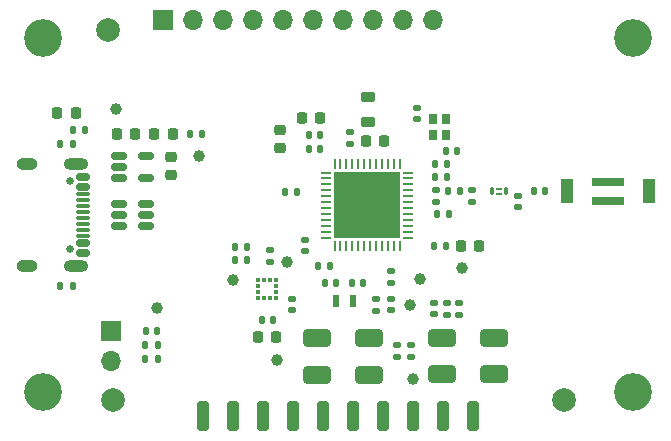
<source format=gbr>
%TF.GenerationSoftware,KiCad,Pcbnew,8.0.0*%
%TF.CreationDate,2024-07-22T23:16:51+01:00*%
%TF.ProjectId,Blue_Pedal,426c7565-5f50-4656-9461-6c2e6b696361,rev?*%
%TF.SameCoordinates,Original*%
%TF.FileFunction,Soldermask,Top*%
%TF.FilePolarity,Negative*%
%FSLAX46Y46*%
G04 Gerber Fmt 4.6, Leading zero omitted, Abs format (unit mm)*
G04 Created by KiCad (PCBNEW 8.0.0) date 2024-07-22 23:16:51*
%MOMM*%
%LPD*%
G01*
G04 APERTURE LIST*
G04 Aperture macros list*
%AMRoundRect*
0 Rectangle with rounded corners*
0 $1 Rounding radius*
0 $2 $3 $4 $5 $6 $7 $8 $9 X,Y pos of 4 corners*
0 Add a 4 corners polygon primitive as box body*
4,1,4,$2,$3,$4,$5,$6,$7,$8,$9,$2,$3,0*
0 Add four circle primitives for the rounded corners*
1,1,$1+$1,$2,$3*
1,1,$1+$1,$4,$5*
1,1,$1+$1,$6,$7*
1,1,$1+$1,$8,$9*
0 Add four rect primitives between the rounded corners*
20,1,$1+$1,$2,$3,$4,$5,0*
20,1,$1+$1,$4,$5,$6,$7,0*
20,1,$1+$1,$6,$7,$8,$9,0*
20,1,$1+$1,$8,$9,$2,$3,0*%
G04 Aperture macros list end*
%ADD10RoundRect,0.375000X-0.825000X-0.375000X0.825000X-0.375000X0.825000X0.375000X-0.825000X0.375000X0*%
%ADD11RoundRect,0.140000X0.140000X0.170000X-0.140000X0.170000X-0.140000X-0.170000X0.140000X-0.170000X0*%
%ADD12RoundRect,0.218750X-0.218750X-0.256250X0.218750X-0.256250X0.218750X0.256250X-0.218750X0.256250X0*%
%ADD13RoundRect,0.225000X0.225000X0.250000X-0.225000X0.250000X-0.225000X-0.250000X0.225000X-0.250000X0*%
%ADD14RoundRect,0.140000X-0.140000X-0.170000X0.140000X-0.170000X0.140000X0.170000X-0.140000X0.170000X0*%
%ADD15RoundRect,0.135000X-0.185000X0.135000X-0.185000X-0.135000X0.185000X-0.135000X0.185000X0.135000X0*%
%ADD16RoundRect,0.140000X-0.170000X0.140000X-0.170000X-0.140000X0.170000X-0.140000X0.170000X0.140000X0*%
%ADD17RoundRect,0.135000X-0.135000X-0.185000X0.135000X-0.185000X0.135000X0.185000X-0.135000X0.185000X0*%
%ADD18R,0.600000X1.100000*%
%ADD19C,1.000000*%
%ADD20RoundRect,0.135000X0.185000X-0.135000X0.185000X0.135000X-0.185000X0.135000X-0.185000X-0.135000X0*%
%ADD21RoundRect,0.147500X-0.147500X-0.172500X0.147500X-0.172500X0.147500X0.172500X-0.147500X0.172500X0*%
%ADD22RoundRect,0.135000X0.135000X0.185000X-0.135000X0.185000X-0.135000X-0.185000X0.135000X-0.185000X0*%
%ADD23RoundRect,0.250000X-0.250000X-1.000000X0.250000X-1.000000X0.250000X1.000000X-0.250000X1.000000X0*%
%ADD24RoundRect,0.225000X-0.225000X-0.250000X0.225000X-0.250000X0.225000X0.250000X-0.225000X0.250000X0*%
%ADD25RoundRect,0.147500X0.172500X-0.147500X0.172500X0.147500X-0.172500X0.147500X-0.172500X-0.147500X0*%
%ADD26C,2.000000*%
%ADD27R,0.350000X0.375000*%
%ADD28R,0.375000X0.350000*%
%ADD29R,1.000000X2.000000*%
%ADD30R,2.800000X0.800000*%
%ADD31C,3.200000*%
%ADD32C,0.650000*%
%ADD33RoundRect,0.150000X-0.425000X0.150000X-0.425000X-0.150000X0.425000X-0.150000X0.425000X0.150000X0*%
%ADD34RoundRect,0.075000X-0.500000X0.075000X-0.500000X-0.075000X0.500000X-0.075000X0.500000X0.075000X0*%
%ADD35O,2.100000X1.000000*%
%ADD36O,1.800000X1.000000*%
%ADD37RoundRect,0.150000X-0.512500X-0.150000X0.512500X-0.150000X0.512500X0.150000X-0.512500X0.150000X0*%
%ADD38R,1.700000X1.700000*%
%ADD39O,1.700000X1.700000*%
%ADD40R,0.800000X0.900000*%
%ADD41RoundRect,0.140000X0.170000X-0.140000X0.170000X0.140000X-0.170000X0.140000X-0.170000X-0.140000X0*%
%ADD42RoundRect,0.147500X-0.172500X0.147500X-0.172500X-0.147500X0.172500X-0.147500X0.172500X0.147500X0*%
%ADD43RoundRect,0.225000X-0.250000X0.225000X-0.250000X-0.225000X0.250000X-0.225000X0.250000X0.225000X0*%
%ADD44RoundRect,0.068750X-0.068750X-0.281250X0.068750X-0.281250X0.068750X0.281250X-0.068750X0.281250X0*%
%ADD45RoundRect,0.061250X-0.163750X-0.061250X0.163750X-0.061250X0.163750X0.061250X-0.163750X0.061250X0*%
%ADD46RoundRect,0.062500X0.062500X-0.375000X0.062500X0.375000X-0.062500X0.375000X-0.062500X-0.375000X0*%
%ADD47RoundRect,0.062500X0.375000X-0.062500X0.375000X0.062500X-0.375000X0.062500X-0.375000X-0.062500X0*%
%ADD48R,5.600000X5.600000*%
%ADD49RoundRect,0.218750X-0.381250X0.218750X-0.381250X-0.218750X0.381250X-0.218750X0.381250X0.218750X0*%
%ADD50RoundRect,0.218750X0.218750X0.256250X-0.218750X0.256250X-0.218750X-0.256250X0.218750X-0.256250X0*%
G04 APERTURE END LIST*
D10*
%TO.C,SW2*%
X133800000Y-125400000D03*
X138200000Y-125400000D03*
X133800000Y-128500000D03*
X138200000Y-128500000D03*
%TD*%
%TO.C,SW1*%
X123200000Y-125450000D03*
X127600000Y-125450000D03*
X123200000Y-128550000D03*
X127600000Y-128550000D03*
%TD*%
D11*
%TO.C,C18*%
X123480000Y-108200000D03*
X122520000Y-108200000D03*
%TD*%
D12*
%TO.C,D1*%
X101192500Y-106360000D03*
X102767500Y-106360000D03*
%TD*%
D11*
%TO.C,C8*%
X121480000Y-113100000D03*
X120520000Y-113100000D03*
%TD*%
D13*
%TO.C,C9*%
X123475000Y-106800000D03*
X121925000Y-106800000D03*
%TD*%
D14*
%TO.C,C16*%
X126140000Y-120800000D03*
X127100000Y-120800000D03*
%TD*%
D15*
%TO.C,R10*%
X135270000Y-122430000D03*
X135270000Y-123450000D03*
%TD*%
%TO.C,R5*%
X119200000Y-117990000D03*
X119200000Y-119010000D03*
%TD*%
D14*
%TO.C,C3*%
X133410000Y-114900000D03*
X134370000Y-114900000D03*
%TD*%
D16*
%TO.C,C20*%
X136300000Y-112920000D03*
X136300000Y-113880000D03*
%TD*%
D17*
%TO.C,R7*%
X133090000Y-117600000D03*
X134110000Y-117600000D03*
%TD*%
D14*
%TO.C,C6*%
X133220000Y-111800000D03*
X134180000Y-111800000D03*
%TD*%
D18*
%TO.C,X2*%
X126220000Y-122300000D03*
X124820000Y-122300000D03*
%TD*%
D12*
%TO.C,D2*%
X109435000Y-108160000D03*
X111010000Y-108160000D03*
%TD*%
D19*
%TO.C,TP11*%
X131920000Y-120460000D03*
%TD*%
D20*
%TO.C,R11*%
X128200000Y-123120000D03*
X128200000Y-122100000D03*
%TD*%
D19*
%TO.C,TP7*%
X119800000Y-127300000D03*
%TD*%
D15*
%TO.C,R12*%
X134190000Y-122440000D03*
X134190000Y-123460000D03*
%TD*%
D21*
%TO.C,L3*%
X134315000Y-113000000D03*
X135285000Y-113000000D03*
%TD*%
D17*
%TO.C,R3*%
X116290000Y-118800000D03*
X117310000Y-118800000D03*
%TD*%
D22*
%TO.C,R8*%
X113452500Y-108130000D03*
X112432500Y-108130000D03*
%TD*%
D17*
%TO.C,R1*%
X101490000Y-121000000D03*
X102510000Y-121000000D03*
%TD*%
D23*
%TO.C,J2*%
X113570000Y-132000000D03*
X116110000Y-132000000D03*
X118650000Y-132000000D03*
X121190000Y-132000000D03*
X123730000Y-132000000D03*
X126270000Y-132000000D03*
X128810000Y-132000000D03*
X131350000Y-132000000D03*
X133890000Y-132000000D03*
X136430000Y-132000000D03*
%TD*%
D19*
%TO.C,TP5*%
X131300000Y-128900000D03*
%TD*%
D17*
%TO.C,R4*%
X116290000Y-117700000D03*
X117310000Y-117700000D03*
%TD*%
D24*
%TO.C,C13*%
X106237500Y-108170000D03*
X107787500Y-108170000D03*
%TD*%
D19*
%TO.C,TP12*%
X109700000Y-122900000D03*
%TD*%
D25*
%TO.C,L1*%
X126000000Y-108985000D03*
X126000000Y-108015000D03*
%TD*%
D19*
%TO.C,TP13*%
X135460000Y-119530000D03*
%TD*%
D16*
%TO.C,C21*%
X129500000Y-122130000D03*
X129500000Y-123090000D03*
%TD*%
D26*
%TO.C,FID2*%
X105900000Y-130650000D03*
%TD*%
D11*
%TO.C,C2*%
X123480000Y-109400000D03*
X122520000Y-109400000D03*
%TD*%
D27*
%TO.C,U3*%
X119750000Y-120537500D03*
X119250000Y-120537500D03*
X118750000Y-120537500D03*
X118250000Y-120537500D03*
D28*
X118237500Y-121050000D03*
X118237500Y-121550000D03*
D27*
X118250000Y-122062500D03*
X118750000Y-122062500D03*
X119250000Y-122062500D03*
X119750000Y-122062500D03*
D28*
X119762500Y-121550000D03*
X119762500Y-121050000D03*
%TD*%
D29*
%TO.C,AE1*%
X144352000Y-113000000D03*
X151352000Y-113000000D03*
D30*
X147852000Y-112185000D03*
X147852000Y-113815000D03*
%TD*%
D14*
%TO.C,C12*%
X134120000Y-109600000D03*
X135080000Y-109600000D03*
%TD*%
D20*
%TO.C,R9*%
X131200000Y-127020000D03*
X131200000Y-126000000D03*
%TD*%
D31*
%TO.C,H1*%
X100000000Y-100000000D03*
%TD*%
D22*
%TO.C,R13*%
X109710000Y-127200000D03*
X108690000Y-127200000D03*
%TD*%
D19*
%TO.C,TP10*%
X131050000Y-122590000D03*
%TD*%
D16*
%TO.C,C10*%
X129500000Y-119770000D03*
X129500000Y-120730000D03*
%TD*%
%TO.C,C19*%
X133300000Y-112920000D03*
X133300000Y-113880000D03*
%TD*%
D32*
%TO.C,J1*%
X102305000Y-112110000D03*
X102305000Y-117890000D03*
D33*
X103380000Y-111800000D03*
X103380000Y-112600000D03*
D34*
X103380000Y-113750000D03*
X103380000Y-114750000D03*
X103380000Y-115250000D03*
X103380000Y-116250000D03*
D33*
X103380000Y-117400000D03*
X103380000Y-118200000D03*
X103380000Y-118200000D03*
X103380000Y-117400000D03*
D34*
X103380000Y-116750000D03*
X103380000Y-115750000D03*
X103380000Y-114250000D03*
X103380000Y-113250000D03*
D33*
X103380000Y-112600000D03*
X103380000Y-111800000D03*
D35*
X102805000Y-110680000D03*
D36*
X98625000Y-110680000D03*
D35*
X102805000Y-119320000D03*
D36*
X98625000Y-119320000D03*
%TD*%
D37*
%TO.C,U2*%
X106425000Y-110000000D03*
X106425000Y-110950000D03*
X106425000Y-111900000D03*
X108700000Y-111900000D03*
X108700000Y-110000000D03*
%TD*%
D24*
%TO.C,C17*%
X127325000Y-108700000D03*
X128875000Y-108700000D03*
%TD*%
D38*
%TO.C,J6*%
X105800000Y-124825000D03*
D39*
X105800000Y-127365000D03*
%TD*%
D19*
%TO.C,TP9*%
X116100000Y-120500000D03*
%TD*%
D16*
%TO.C,C26*%
X133080000Y-122460000D03*
X133080000Y-123420000D03*
%TD*%
D40*
%TO.C,X1*%
X134150000Y-108250000D03*
X134150000Y-106850000D03*
X133050000Y-106850000D03*
X133050000Y-108250000D03*
%TD*%
D41*
%TO.C,C25*%
X130000000Y-127000000D03*
X130000000Y-126040000D03*
%TD*%
D42*
%TO.C,L4*%
X140265000Y-113393000D03*
X140265000Y-114363000D03*
%TD*%
D19*
%TO.C,TP4*%
X106200000Y-106000000D03*
%TD*%
D14*
%TO.C,C7*%
X133220000Y-110700000D03*
X134180000Y-110700000D03*
%TD*%
D21*
%TO.C,L5*%
X141581000Y-113000000D03*
X142551000Y-113000000D03*
%TD*%
D11*
%TO.C,C22*%
X119480000Y-123900000D03*
X118520000Y-123900000D03*
%TD*%
D38*
%TO.C,J5*%
X110130000Y-98500000D03*
D39*
X112670000Y-98500000D03*
X115210000Y-98500000D03*
X117750000Y-98500000D03*
X120290000Y-98500000D03*
X122830000Y-98500000D03*
X125370000Y-98500000D03*
X127910000Y-98500000D03*
X130450000Y-98500000D03*
X132990000Y-98500000D03*
%TD*%
D43*
%TO.C,C1*%
X120050000Y-107825000D03*
X120050000Y-109375000D03*
%TD*%
D44*
%TO.C,FLT1*%
X137987500Y-113000000D03*
D45*
X138600000Y-112772500D03*
D44*
X139212500Y-113000000D03*
D45*
X138600000Y-113227500D03*
%TD*%
D11*
%TO.C,C5*%
X124280000Y-119300000D03*
X123320000Y-119300000D03*
%TD*%
D22*
%TO.C,R14*%
X109710000Y-126000000D03*
X108690000Y-126000000D03*
%TD*%
D16*
%TO.C,C23*%
X121100000Y-122120000D03*
X121100000Y-123080000D03*
%TD*%
D31*
%TO.C,H3*%
X100000000Y-130000000D03*
%TD*%
D19*
%TO.C,TP3*%
X113242500Y-110030000D03*
%TD*%
D46*
%TO.C,U1*%
X124700000Y-117600000D03*
X125200000Y-117600000D03*
X125700000Y-117600000D03*
X126200000Y-117600000D03*
X126700000Y-117600000D03*
X127200000Y-117600000D03*
X127700000Y-117600000D03*
X128200000Y-117600000D03*
X128700000Y-117600000D03*
X129200000Y-117600000D03*
X129700000Y-117600000D03*
X130200000Y-117600000D03*
D47*
X130887500Y-116912500D03*
X130887500Y-116412500D03*
X130887500Y-115912500D03*
X130887500Y-115412500D03*
X130887500Y-114912500D03*
X130887500Y-114412500D03*
X130887500Y-113912500D03*
X130887500Y-113412500D03*
X130887500Y-112912500D03*
X130887500Y-112412500D03*
X130887500Y-111912500D03*
X130887500Y-111412500D03*
D46*
X130200000Y-110725000D03*
X129700000Y-110725000D03*
X129200000Y-110725000D03*
X128700000Y-110725000D03*
X128200000Y-110725000D03*
X127700000Y-110725000D03*
X127200000Y-110725000D03*
X126700000Y-110725000D03*
X126200000Y-110725000D03*
X125700000Y-110725000D03*
X125200000Y-110725000D03*
X124700000Y-110725000D03*
D47*
X124012500Y-111412500D03*
X124012500Y-111912500D03*
X124012500Y-112412500D03*
X124012500Y-112912500D03*
X124012500Y-113412500D03*
X124012500Y-113912500D03*
X124012500Y-114412500D03*
X124012500Y-114912500D03*
X124012500Y-115412500D03*
X124012500Y-115912500D03*
X124012500Y-116412500D03*
X124012500Y-116912500D03*
D48*
X127450000Y-114162500D03*
%TD*%
D31*
%TO.C,H4*%
X150000000Y-130000000D03*
%TD*%
D13*
%TO.C,C24*%
X119775000Y-125300000D03*
X118225000Y-125300000D03*
%TD*%
D22*
%TO.C,R6*%
X103610000Y-107800000D03*
X102590000Y-107800000D03*
%TD*%
D37*
%TO.C,U4*%
X106462500Y-114050000D03*
X106462500Y-115000000D03*
X106462500Y-115950000D03*
X108737500Y-115950000D03*
X108737500Y-115000000D03*
X108737500Y-114050000D03*
%TD*%
D11*
%TO.C,C27*%
X109690000Y-124800000D03*
X108730000Y-124800000D03*
%TD*%
D49*
%TO.C,L2*%
X127500000Y-105037500D03*
X127500000Y-107162500D03*
%TD*%
D31*
%TO.C,H2*%
X150000000Y-100000000D03*
%TD*%
D11*
%TO.C,C15*%
X124820000Y-120800000D03*
X123860000Y-120800000D03*
%TD*%
D17*
%TO.C,R2*%
X101490000Y-109000000D03*
X102510000Y-109000000D03*
%TD*%
D41*
%TO.C,C11*%
X131700000Y-106880000D03*
X131700000Y-105920000D03*
%TD*%
D43*
%TO.C,C14*%
X110842500Y-110055000D03*
X110842500Y-111605000D03*
%TD*%
D16*
%TO.C,C4*%
X122200000Y-117120000D03*
X122200000Y-118080000D03*
%TD*%
D26*
%TO.C,FID3*%
X144100000Y-130650000D03*
%TD*%
D50*
%TO.C,D3*%
X136967500Y-117620000D03*
X135392500Y-117620000D03*
%TD*%
D19*
%TO.C,TP8*%
X120700000Y-119000000D03*
%TD*%
D26*
%TO.C,FID1*%
X105500000Y-99350000D03*
%TD*%
M02*

</source>
